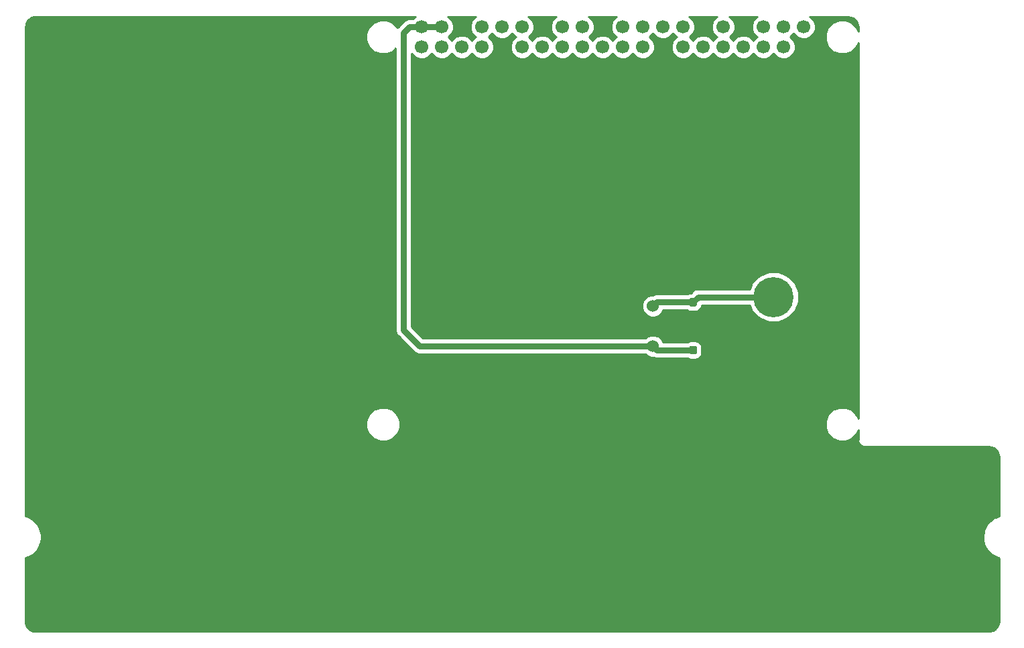
<source format=gbr>
G04 #@! TF.GenerationSoftware,KiCad,Pcbnew,(5.0.2)-1*
G04 #@! TF.CreationDate,2019-02-28T16:52:56-06:00*
G04 #@! TF.ProjectId,RaspberryPiBreakout_Hardware,52617370-6265-4727-9279-506942726561,rev?*
G04 #@! TF.SameCoordinates,Original*
G04 #@! TF.FileFunction,Copper,L1,Top*
G04 #@! TF.FilePolarity,Positive*
%FSLAX46Y46*%
G04 Gerber Fmt 4.6, Leading zero omitted, Abs format (unit mm)*
G04 Created by KiCad (PCBNEW (5.0.2)-1) date 2/28/2019 4:52:56 PM*
%MOMM*%
%LPD*%
G01*
G04 APERTURE LIST*
G04 #@! TA.AperFunction,ComponentPad*
%ADD10C,1.700000*%
G04 #@! TD*
G04 #@! TA.AperFunction,Conductor*
%ADD11C,0.100000*%
G04 #@! TD*
G04 #@! TA.AperFunction,SMDPad,CuDef*
%ADD12C,0.950000*%
G04 #@! TD*
G04 #@! TA.AperFunction,ComponentPad*
%ADD13C,5.080000*%
G04 #@! TD*
G04 #@! TA.AperFunction,ComponentPad*
%ADD14C,1.524000*%
G04 #@! TD*
G04 #@! TA.AperFunction,Conductor*
%ADD15C,0.762000*%
G04 #@! TD*
G04 #@! TA.AperFunction,Conductor*
%ADD16C,0.254000*%
G04 #@! TD*
G04 APERTURE END LIST*
D10*
G04 #@! TO.P,U2,40*
G04 #@! TO.N,Net-(U2-Pad40)*
X171450000Y-76454000D03*
G04 #@! TO.P,U2,39*
G04 #@! TO.N,GND*
X171450000Y-78994000D03*
G04 #@! TO.P,U2,38*
G04 #@! TO.N,Net-(U2-Pad38)*
X168910000Y-76454000D03*
G04 #@! TO.P,U2,37*
G04 #@! TO.N,Net-(U2-Pad37)*
X168910000Y-78994000D03*
G04 #@! TO.P,U2,36*
G04 #@! TO.N,Net-(U2-Pad36)*
X166370000Y-76454000D03*
G04 #@! TO.P,U2,35*
G04 #@! TO.N,Net-(U2-Pad35)*
X166370000Y-78994000D03*
G04 #@! TO.P,U2,34*
G04 #@! TO.N,GND*
X163830000Y-76454000D03*
G04 #@! TO.P,U2,33*
G04 #@! TO.N,Net-(U2-Pad33)*
X163830000Y-78994000D03*
G04 #@! TO.P,U2,32*
G04 #@! TO.N,Net-(U2-Pad32)*
X161290000Y-76454000D03*
G04 #@! TO.P,U2,31*
G04 #@! TO.N,Net-(U2-Pad31)*
X161290000Y-78994000D03*
G04 #@! TO.P,U2,30*
G04 #@! TO.N,GND*
X158750000Y-76454000D03*
G04 #@! TO.P,U2,29*
G04 #@! TO.N,Net-(U2-Pad29)*
X158750000Y-78994000D03*
G04 #@! TO.P,U2,28*
G04 #@! TO.N,Net-(U2-Pad28)*
X156210000Y-76454000D03*
G04 #@! TO.P,U2,27*
G04 #@! TO.N,Net-(U2-Pad27)*
X156210000Y-78994000D03*
G04 #@! TO.P,U2,26*
G04 #@! TO.N,Net-(U2-Pad26)*
X153670000Y-76454000D03*
G04 #@! TO.P,U2,25*
G04 #@! TO.N,GND*
X153670000Y-78994000D03*
G04 #@! TO.P,U2,24*
G04 #@! TO.N,Net-(U2-Pad24)*
X151130000Y-76454000D03*
G04 #@! TO.P,U2,23*
G04 #@! TO.N,Net-(U2-Pad23)*
X151130000Y-78994000D03*
G04 #@! TO.P,U2,22*
G04 #@! TO.N,Net-(U2-Pad22)*
X148590000Y-76454000D03*
G04 #@! TO.P,U2,21*
G04 #@! TO.N,Net-(U2-Pad21)*
X148590000Y-78994000D03*
G04 #@! TO.P,U2,20*
G04 #@! TO.N,GND*
X146050000Y-76454000D03*
G04 #@! TO.P,U2,19*
G04 #@! TO.N,Net-(U2-Pad19)*
X146050000Y-78994000D03*
G04 #@! TO.P,U2,18*
G04 #@! TO.N,N/C*
X143510000Y-76454000D03*
G04 #@! TO.P,U2,17*
G04 #@! TO.N,Net-(U2-Pad17)*
X143510000Y-78994000D03*
G04 #@! TO.P,U2,16*
G04 #@! TO.N,Net-(U2-Pad16)*
X140970000Y-76454000D03*
G04 #@! TO.P,U2,15*
G04 #@! TO.N,Net-(U2-Pad15)*
X140970000Y-78994000D03*
G04 #@! TO.P,U2,14*
G04 #@! TO.N,GND*
X138430000Y-76454000D03*
G04 #@! TO.P,U2,13*
G04 #@! TO.N,Net-(U2-Pad13)*
X138430000Y-78994000D03*
G04 #@! TO.P,U2,12*
G04 #@! TO.N,Net-(U2-Pad12)*
X135890000Y-76454000D03*
G04 #@! TO.P,U2,11*
G04 #@! TO.N,Net-(U2-Pad11)*
X135890000Y-78994000D03*
G04 #@! TO.P,U2,10*
G04 #@! TO.N,Net-(U2-Pad10)*
X133350000Y-76454000D03*
G04 #@! TO.P,U2,9*
G04 #@! TO.N,GND*
X133350000Y-78994000D03*
G04 #@! TO.P,U2,8*
G04 #@! TO.N,Net-(U2-Pad8)*
X130810000Y-76454000D03*
G04 #@! TO.P,U2,7*
G04 #@! TO.N,Net-(U2-Pad7)*
X130810000Y-78994000D03*
G04 #@! TO.P,U2,6*
G04 #@! TO.N,GND*
X128270000Y-76454000D03*
G04 #@! TO.P,U2,5*
G04 #@! TO.N,Net-(U2-Pad5)*
X128270000Y-78994000D03*
G04 #@! TO.P,U2,4*
G04 #@! TO.N,+5V*
X125730000Y-76454000D03*
G04 #@! TO.P,U2,3*
G04 #@! TO.N,Net-(U2-Pad3)*
X125730000Y-78994000D03*
G04 #@! TO.P,U2,2*
G04 #@! TO.N,+5V*
X123190000Y-76454000D03*
G04 #@! TO.P,U2,1*
G04 #@! TO.N,Net-(U2-Pad1)*
X123190000Y-78994000D03*
G04 #@! TD*
D11*
G04 #@! TO.N,GND*
G04 #@! TO.C,C1*
G36*
X157740779Y-112506144D02*
X157763834Y-112509563D01*
X157786443Y-112515227D01*
X157808387Y-112523079D01*
X157829457Y-112533044D01*
X157849448Y-112545026D01*
X157868168Y-112558910D01*
X157885438Y-112574562D01*
X157901090Y-112591832D01*
X157914974Y-112610552D01*
X157926956Y-112630543D01*
X157936921Y-112651613D01*
X157944773Y-112673557D01*
X157950437Y-112696166D01*
X157953856Y-112719221D01*
X157955000Y-112742500D01*
X157955000Y-113317500D01*
X157953856Y-113340779D01*
X157950437Y-113363834D01*
X157944773Y-113386443D01*
X157936921Y-113408387D01*
X157926956Y-113429457D01*
X157914974Y-113449448D01*
X157901090Y-113468168D01*
X157885438Y-113485438D01*
X157868168Y-113501090D01*
X157849448Y-113514974D01*
X157829457Y-113526956D01*
X157808387Y-113536921D01*
X157786443Y-113544773D01*
X157763834Y-113550437D01*
X157740779Y-113553856D01*
X157717500Y-113555000D01*
X157242500Y-113555000D01*
X157219221Y-113553856D01*
X157196166Y-113550437D01*
X157173557Y-113544773D01*
X157151613Y-113536921D01*
X157130543Y-113526956D01*
X157110552Y-113514974D01*
X157091832Y-113501090D01*
X157074562Y-113485438D01*
X157058910Y-113468168D01*
X157045026Y-113449448D01*
X157033044Y-113429457D01*
X157023079Y-113408387D01*
X157015227Y-113386443D01*
X157009563Y-113363834D01*
X157006144Y-113340779D01*
X157005000Y-113317500D01*
X157005000Y-112742500D01*
X157006144Y-112719221D01*
X157009563Y-112696166D01*
X157015227Y-112673557D01*
X157023079Y-112651613D01*
X157033044Y-112630543D01*
X157045026Y-112610552D01*
X157058910Y-112591832D01*
X157074562Y-112574562D01*
X157091832Y-112558910D01*
X157110552Y-112545026D01*
X157130543Y-112533044D01*
X157151613Y-112523079D01*
X157173557Y-112515227D01*
X157196166Y-112509563D01*
X157219221Y-112506144D01*
X157242500Y-112505000D01*
X157717500Y-112505000D01*
X157740779Y-112506144D01*
X157740779Y-112506144D01*
G37*
D12*
G04 #@! TD*
G04 #@! TO.P,C1,2*
G04 #@! TO.N,GND*
X157480000Y-113030000D03*
D11*
G04 #@! TO.N,Net-(C1-Pad1)*
G04 #@! TO.C,C1*
G36*
X157740779Y-110756144D02*
X157763834Y-110759563D01*
X157786443Y-110765227D01*
X157808387Y-110773079D01*
X157829457Y-110783044D01*
X157849448Y-110795026D01*
X157868168Y-110808910D01*
X157885438Y-110824562D01*
X157901090Y-110841832D01*
X157914974Y-110860552D01*
X157926956Y-110880543D01*
X157936921Y-110901613D01*
X157944773Y-110923557D01*
X157950437Y-110946166D01*
X157953856Y-110969221D01*
X157955000Y-110992500D01*
X157955000Y-111567500D01*
X157953856Y-111590779D01*
X157950437Y-111613834D01*
X157944773Y-111636443D01*
X157936921Y-111658387D01*
X157926956Y-111679457D01*
X157914974Y-111699448D01*
X157901090Y-111718168D01*
X157885438Y-111735438D01*
X157868168Y-111751090D01*
X157849448Y-111764974D01*
X157829457Y-111776956D01*
X157808387Y-111786921D01*
X157786443Y-111794773D01*
X157763834Y-111800437D01*
X157740779Y-111803856D01*
X157717500Y-111805000D01*
X157242500Y-111805000D01*
X157219221Y-111803856D01*
X157196166Y-111800437D01*
X157173557Y-111794773D01*
X157151613Y-111786921D01*
X157130543Y-111776956D01*
X157110552Y-111764974D01*
X157091832Y-111751090D01*
X157074562Y-111735438D01*
X157058910Y-111718168D01*
X157045026Y-111699448D01*
X157033044Y-111679457D01*
X157023079Y-111658387D01*
X157015227Y-111636443D01*
X157009563Y-111613834D01*
X157006144Y-111590779D01*
X157005000Y-111567500D01*
X157005000Y-110992500D01*
X157006144Y-110969221D01*
X157009563Y-110946166D01*
X157015227Y-110923557D01*
X157023079Y-110901613D01*
X157033044Y-110880543D01*
X157045026Y-110860552D01*
X157058910Y-110841832D01*
X157074562Y-110824562D01*
X157091832Y-110808910D01*
X157110552Y-110795026D01*
X157130543Y-110783044D01*
X157151613Y-110773079D01*
X157173557Y-110765227D01*
X157196166Y-110759563D01*
X157219221Y-110756144D01*
X157242500Y-110755000D01*
X157717500Y-110755000D01*
X157740779Y-110756144D01*
X157740779Y-110756144D01*
G37*
D12*
G04 #@! TD*
G04 #@! TO.P,C1,1*
G04 #@! TO.N,Net-(C1-Pad1)*
X157480000Y-111280000D03*
D11*
G04 #@! TO.N,GND*
G04 #@! TO.C,C2*
G36*
X157740779Y-115046144D02*
X157763834Y-115049563D01*
X157786443Y-115055227D01*
X157808387Y-115063079D01*
X157829457Y-115073044D01*
X157849448Y-115085026D01*
X157868168Y-115098910D01*
X157885438Y-115114562D01*
X157901090Y-115131832D01*
X157914974Y-115150552D01*
X157926956Y-115170543D01*
X157936921Y-115191613D01*
X157944773Y-115213557D01*
X157950437Y-115236166D01*
X157953856Y-115259221D01*
X157955000Y-115282500D01*
X157955000Y-115857500D01*
X157953856Y-115880779D01*
X157950437Y-115903834D01*
X157944773Y-115926443D01*
X157936921Y-115948387D01*
X157926956Y-115969457D01*
X157914974Y-115989448D01*
X157901090Y-116008168D01*
X157885438Y-116025438D01*
X157868168Y-116041090D01*
X157849448Y-116054974D01*
X157829457Y-116066956D01*
X157808387Y-116076921D01*
X157786443Y-116084773D01*
X157763834Y-116090437D01*
X157740779Y-116093856D01*
X157717500Y-116095000D01*
X157242500Y-116095000D01*
X157219221Y-116093856D01*
X157196166Y-116090437D01*
X157173557Y-116084773D01*
X157151613Y-116076921D01*
X157130543Y-116066956D01*
X157110552Y-116054974D01*
X157091832Y-116041090D01*
X157074562Y-116025438D01*
X157058910Y-116008168D01*
X157045026Y-115989448D01*
X157033044Y-115969457D01*
X157023079Y-115948387D01*
X157015227Y-115926443D01*
X157009563Y-115903834D01*
X157006144Y-115880779D01*
X157005000Y-115857500D01*
X157005000Y-115282500D01*
X157006144Y-115259221D01*
X157009563Y-115236166D01*
X157015227Y-115213557D01*
X157023079Y-115191613D01*
X157033044Y-115170543D01*
X157045026Y-115150552D01*
X157058910Y-115131832D01*
X157074562Y-115114562D01*
X157091832Y-115098910D01*
X157110552Y-115085026D01*
X157130543Y-115073044D01*
X157151613Y-115063079D01*
X157173557Y-115055227D01*
X157196166Y-115049563D01*
X157219221Y-115046144D01*
X157242500Y-115045000D01*
X157717500Y-115045000D01*
X157740779Y-115046144D01*
X157740779Y-115046144D01*
G37*
D12*
G04 #@! TD*
G04 #@! TO.P,C2,2*
G04 #@! TO.N,GND*
X157480000Y-115570000D03*
D11*
G04 #@! TO.N,+5V*
G04 #@! TO.C,C2*
G36*
X157740779Y-116796144D02*
X157763834Y-116799563D01*
X157786443Y-116805227D01*
X157808387Y-116813079D01*
X157829457Y-116823044D01*
X157849448Y-116835026D01*
X157868168Y-116848910D01*
X157885438Y-116864562D01*
X157901090Y-116881832D01*
X157914974Y-116900552D01*
X157926956Y-116920543D01*
X157936921Y-116941613D01*
X157944773Y-116963557D01*
X157950437Y-116986166D01*
X157953856Y-117009221D01*
X157955000Y-117032500D01*
X157955000Y-117607500D01*
X157953856Y-117630779D01*
X157950437Y-117653834D01*
X157944773Y-117676443D01*
X157936921Y-117698387D01*
X157926956Y-117719457D01*
X157914974Y-117739448D01*
X157901090Y-117758168D01*
X157885438Y-117775438D01*
X157868168Y-117791090D01*
X157849448Y-117804974D01*
X157829457Y-117816956D01*
X157808387Y-117826921D01*
X157786443Y-117834773D01*
X157763834Y-117840437D01*
X157740779Y-117843856D01*
X157717500Y-117845000D01*
X157242500Y-117845000D01*
X157219221Y-117843856D01*
X157196166Y-117840437D01*
X157173557Y-117834773D01*
X157151613Y-117826921D01*
X157130543Y-117816956D01*
X157110552Y-117804974D01*
X157091832Y-117791090D01*
X157074562Y-117775438D01*
X157058910Y-117758168D01*
X157045026Y-117739448D01*
X157033044Y-117719457D01*
X157023079Y-117698387D01*
X157015227Y-117676443D01*
X157009563Y-117653834D01*
X157006144Y-117630779D01*
X157005000Y-117607500D01*
X157005000Y-117032500D01*
X157006144Y-117009221D01*
X157009563Y-116986166D01*
X157015227Y-116963557D01*
X157023079Y-116941613D01*
X157033044Y-116920543D01*
X157045026Y-116900552D01*
X157058910Y-116881832D01*
X157074562Y-116864562D01*
X157091832Y-116848910D01*
X157110552Y-116835026D01*
X157130543Y-116823044D01*
X157151613Y-116813079D01*
X157173557Y-116805227D01*
X157196166Y-116799563D01*
X157219221Y-116796144D01*
X157242500Y-116795000D01*
X157717500Y-116795000D01*
X157740779Y-116796144D01*
X157740779Y-116796144D01*
G37*
D12*
G04 #@! TD*
G04 #@! TO.P,C2,1*
G04 #@! TO.N,+5V*
X157480000Y-117320000D03*
D13*
G04 #@! TO.P,Conn1,1*
G04 #@! TO.N,GND*
X167640000Y-118491000D03*
G04 #@! TO.P,Conn1,2*
G04 #@! TO.N,Net-(C1-Pad1)*
X167640000Y-110617000D03*
G04 #@! TD*
D14*
G04 #@! TO.P,U1,3*
G04 #@! TO.N,+5V*
X152400000Y-116840000D03*
G04 #@! TO.P,U1,2*
G04 #@! TO.N,GND*
X152400000Y-114300000D03*
G04 #@! TO.P,U1,1*
G04 #@! TO.N,Net-(C1-Pad1)*
X152400000Y-111760000D03*
G04 #@! TD*
D15*
G04 #@! TO.N,Net-(C1-Pad1)*
X158143000Y-110617000D02*
X157480000Y-111280000D01*
X167640000Y-110617000D02*
X158143000Y-110617000D01*
X152880000Y-111280000D02*
X152400000Y-111760000D01*
X157480000Y-111280000D02*
X152880000Y-111280000D01*
G04 #@! TO.N,+5V*
X152880000Y-117320000D02*
X152400000Y-116840000D01*
X157480000Y-117320000D02*
X152880000Y-117320000D01*
X122936000Y-116840000D02*
X152400000Y-116840000D01*
X120904000Y-114808000D02*
X122936000Y-116840000D01*
X120904000Y-77216000D02*
X120904000Y-114808000D01*
X121666000Y-76454000D02*
X120904000Y-77216000D01*
X125730000Y-76454000D02*
X121666000Y-76454000D01*
G04 #@! TD*
D16*
G04 #@! TO.N,GND*
G36*
X122348815Y-75195078D02*
X122105893Y-75438000D01*
X121766064Y-75438000D01*
X121666000Y-75418096D01*
X121565936Y-75438000D01*
X121565935Y-75438000D01*
X121269577Y-75496949D01*
X120933505Y-75721505D01*
X120876822Y-75806337D01*
X120256339Y-76426821D01*
X120171505Y-76483505D01*
X120137906Y-76533789D01*
X120129966Y-76514620D01*
X119529380Y-75914034D01*
X118744678Y-75589000D01*
X117895322Y-75589000D01*
X117110620Y-75914034D01*
X116510034Y-76514620D01*
X116185000Y-77299322D01*
X116185000Y-78148678D01*
X116510034Y-78933380D01*
X117110620Y-79533966D01*
X117895322Y-79859000D01*
X118744678Y-79859000D01*
X119529380Y-79533966D01*
X119888000Y-79175346D01*
X119888001Y-114707932D01*
X119868096Y-114808000D01*
X119946950Y-115204423D01*
X120171506Y-115540495D01*
X120256337Y-115597178D01*
X122146822Y-117487663D01*
X122203505Y-117572495D01*
X122539577Y-117797051D01*
X122835935Y-117856000D01*
X122835936Y-117856000D01*
X122936000Y-117875904D01*
X123036063Y-117856000D01*
X151440343Y-117856000D01*
X151608663Y-118024320D01*
X152122119Y-118237000D01*
X152423636Y-118237000D01*
X152483577Y-118277051D01*
X152779935Y-118336000D01*
X152779936Y-118336000D01*
X152880000Y-118355904D01*
X152980064Y-118336000D01*
X156770534Y-118336000D01*
X156903848Y-118425078D01*
X157242500Y-118492440D01*
X157717500Y-118492440D01*
X158056152Y-118425078D01*
X158343247Y-118233247D01*
X158535078Y-117946152D01*
X158602440Y-117607500D01*
X158602440Y-117032500D01*
X158535078Y-116693848D01*
X158343247Y-116406753D01*
X158056152Y-116214922D01*
X157717500Y-116147560D01*
X157242500Y-116147560D01*
X156903848Y-116214922D01*
X156770534Y-116304000D01*
X153690084Y-116304000D01*
X153584320Y-116048663D01*
X153191337Y-115655680D01*
X152677881Y-115443000D01*
X152122119Y-115443000D01*
X151608663Y-115655680D01*
X151440343Y-115824000D01*
X123356841Y-115824000D01*
X121920000Y-114387160D01*
X121920000Y-111482119D01*
X151003000Y-111482119D01*
X151003000Y-112037881D01*
X151215680Y-112551337D01*
X151608663Y-112944320D01*
X152122119Y-113157000D01*
X152677881Y-113157000D01*
X153191337Y-112944320D01*
X153584320Y-112551337D01*
X153690084Y-112296000D01*
X156770534Y-112296000D01*
X156903848Y-112385078D01*
X157242500Y-112452440D01*
X157717500Y-112452440D01*
X158056152Y-112385078D01*
X158343247Y-112193247D01*
X158535078Y-111906152D01*
X158589411Y-111633000D01*
X164624246Y-111633000D01*
X164948365Y-112415493D01*
X165841507Y-113308635D01*
X167008453Y-113792000D01*
X168271547Y-113792000D01*
X169438493Y-113308635D01*
X170331635Y-112415493D01*
X170815000Y-111248547D01*
X170815000Y-109985453D01*
X170331635Y-108818507D01*
X169438493Y-107925365D01*
X168271547Y-107442000D01*
X167008453Y-107442000D01*
X165841507Y-107925365D01*
X164948365Y-108818507D01*
X164624246Y-109601000D01*
X158243064Y-109601000D01*
X158143000Y-109581096D01*
X158042936Y-109601000D01*
X158042935Y-109601000D01*
X157746577Y-109659949D01*
X157410505Y-109884505D01*
X157353822Y-109969337D01*
X157208920Y-110114239D01*
X156903848Y-110174922D01*
X156770534Y-110264000D01*
X152980064Y-110264000D01*
X152880000Y-110244096D01*
X152779936Y-110264000D01*
X152779935Y-110264000D01*
X152483577Y-110322949D01*
X152423636Y-110363000D01*
X152122119Y-110363000D01*
X151608663Y-110575680D01*
X151215680Y-110968663D01*
X151003000Y-111482119D01*
X121920000Y-111482119D01*
X121920000Y-79808440D01*
X121931078Y-79835185D01*
X122348815Y-80252922D01*
X122894615Y-80479000D01*
X123485385Y-80479000D01*
X124031185Y-80252922D01*
X124448922Y-79835185D01*
X124460000Y-79808440D01*
X124471078Y-79835185D01*
X124888815Y-80252922D01*
X125434615Y-80479000D01*
X126025385Y-80479000D01*
X126571185Y-80252922D01*
X126988922Y-79835185D01*
X127000000Y-79808440D01*
X127011078Y-79835185D01*
X127428815Y-80252922D01*
X127974615Y-80479000D01*
X128565385Y-80479000D01*
X129111185Y-80252922D01*
X129528922Y-79835185D01*
X129540000Y-79808440D01*
X129551078Y-79835185D01*
X129968815Y-80252922D01*
X130514615Y-80479000D01*
X131105385Y-80479000D01*
X131651185Y-80252922D01*
X132068922Y-79835185D01*
X132295000Y-79289385D01*
X132295000Y-78698615D01*
X132068922Y-78152815D01*
X131651185Y-77735078D01*
X131624440Y-77724000D01*
X131651185Y-77712922D01*
X132068922Y-77295185D01*
X132080000Y-77268440D01*
X132091078Y-77295185D01*
X132508815Y-77712922D01*
X133054615Y-77939000D01*
X133645385Y-77939000D01*
X134191185Y-77712922D01*
X134608922Y-77295185D01*
X134620000Y-77268440D01*
X134631078Y-77295185D01*
X135048815Y-77712922D01*
X135075560Y-77724000D01*
X135048815Y-77735078D01*
X134631078Y-78152815D01*
X134405000Y-78698615D01*
X134405000Y-79289385D01*
X134631078Y-79835185D01*
X135048815Y-80252922D01*
X135594615Y-80479000D01*
X136185385Y-80479000D01*
X136731185Y-80252922D01*
X137148922Y-79835185D01*
X137160000Y-79808440D01*
X137171078Y-79835185D01*
X137588815Y-80252922D01*
X138134615Y-80479000D01*
X138725385Y-80479000D01*
X139271185Y-80252922D01*
X139688922Y-79835185D01*
X139700000Y-79808440D01*
X139711078Y-79835185D01*
X140128815Y-80252922D01*
X140674615Y-80479000D01*
X141265385Y-80479000D01*
X141811185Y-80252922D01*
X142228922Y-79835185D01*
X142240000Y-79808440D01*
X142251078Y-79835185D01*
X142668815Y-80252922D01*
X143214615Y-80479000D01*
X143805385Y-80479000D01*
X144351185Y-80252922D01*
X144768922Y-79835185D01*
X144780000Y-79808440D01*
X144791078Y-79835185D01*
X145208815Y-80252922D01*
X145754615Y-80479000D01*
X146345385Y-80479000D01*
X146891185Y-80252922D01*
X147308922Y-79835185D01*
X147320000Y-79808440D01*
X147331078Y-79835185D01*
X147748815Y-80252922D01*
X148294615Y-80479000D01*
X148885385Y-80479000D01*
X149431185Y-80252922D01*
X149848922Y-79835185D01*
X149860000Y-79808440D01*
X149871078Y-79835185D01*
X150288815Y-80252922D01*
X150834615Y-80479000D01*
X151425385Y-80479000D01*
X151971185Y-80252922D01*
X152388922Y-79835185D01*
X152615000Y-79289385D01*
X152615000Y-78698615D01*
X152388922Y-78152815D01*
X151971185Y-77735078D01*
X151944440Y-77724000D01*
X151971185Y-77712922D01*
X152388922Y-77295185D01*
X152400000Y-77268440D01*
X152411078Y-77295185D01*
X152828815Y-77712922D01*
X153374615Y-77939000D01*
X153965385Y-77939000D01*
X154511185Y-77712922D01*
X154928922Y-77295185D01*
X154940000Y-77268440D01*
X154951078Y-77295185D01*
X155368815Y-77712922D01*
X155395560Y-77724000D01*
X155368815Y-77735078D01*
X154951078Y-78152815D01*
X154725000Y-78698615D01*
X154725000Y-79289385D01*
X154951078Y-79835185D01*
X155368815Y-80252922D01*
X155914615Y-80479000D01*
X156505385Y-80479000D01*
X157051185Y-80252922D01*
X157468922Y-79835185D01*
X157480000Y-79808440D01*
X157491078Y-79835185D01*
X157908815Y-80252922D01*
X158454615Y-80479000D01*
X159045385Y-80479000D01*
X159591185Y-80252922D01*
X160008922Y-79835185D01*
X160020000Y-79808440D01*
X160031078Y-79835185D01*
X160448815Y-80252922D01*
X160994615Y-80479000D01*
X161585385Y-80479000D01*
X162131185Y-80252922D01*
X162548922Y-79835185D01*
X162560000Y-79808440D01*
X162571078Y-79835185D01*
X162988815Y-80252922D01*
X163534615Y-80479000D01*
X164125385Y-80479000D01*
X164671185Y-80252922D01*
X165088922Y-79835185D01*
X165100000Y-79808440D01*
X165111078Y-79835185D01*
X165528815Y-80252922D01*
X166074615Y-80479000D01*
X166665385Y-80479000D01*
X167211185Y-80252922D01*
X167628922Y-79835185D01*
X167640000Y-79808440D01*
X167651078Y-79835185D01*
X168068815Y-80252922D01*
X168614615Y-80479000D01*
X169205385Y-80479000D01*
X169751185Y-80252922D01*
X170168922Y-79835185D01*
X170395000Y-79289385D01*
X170395000Y-78698615D01*
X170168922Y-78152815D01*
X169751185Y-77735078D01*
X169724440Y-77724000D01*
X169751185Y-77712922D01*
X170168922Y-77295185D01*
X170180000Y-77268440D01*
X170191078Y-77295185D01*
X170608815Y-77712922D01*
X171154615Y-77939000D01*
X171745385Y-77939000D01*
X172291185Y-77712922D01*
X172708922Y-77295185D01*
X172935000Y-76749385D01*
X172935000Y-76158615D01*
X172708922Y-75612815D01*
X172291185Y-75195078D01*
X172199257Y-75157000D01*
X176985634Y-75157000D01*
X177399922Y-75216331D01*
X177732746Y-75367657D01*
X178009720Y-75606313D01*
X178208580Y-75913116D01*
X178320618Y-76287748D01*
X178335000Y-76481274D01*
X178335000Y-77009616D01*
X178129966Y-76514620D01*
X177529380Y-75914034D01*
X176744678Y-75589000D01*
X175895322Y-75589000D01*
X175110620Y-75914034D01*
X174510034Y-76514620D01*
X174185000Y-77299322D01*
X174185000Y-78148678D01*
X174510034Y-78933380D01*
X175110620Y-79533966D01*
X175895322Y-79859000D01*
X176744678Y-79859000D01*
X177529380Y-79533966D01*
X178129966Y-78933380D01*
X178335000Y-78438384D01*
X178335001Y-126009618D01*
X178129966Y-125514620D01*
X177529380Y-124914034D01*
X176744678Y-124589000D01*
X175895322Y-124589000D01*
X175110620Y-124914034D01*
X174510034Y-125514620D01*
X174185000Y-126299322D01*
X174185000Y-127148678D01*
X174510034Y-127933380D01*
X175110620Y-128533966D01*
X175895322Y-128859000D01*
X176744678Y-128859000D01*
X177529380Y-128533966D01*
X178129966Y-127933380D01*
X178335001Y-127438381D01*
X178335001Y-128705607D01*
X178320601Y-128778000D01*
X178377646Y-129064783D01*
X178540095Y-129307905D01*
X178783217Y-129470354D01*
X178997612Y-129513000D01*
X179070000Y-129527399D01*
X179142388Y-129513000D01*
X194765634Y-129513000D01*
X195179922Y-129572331D01*
X195512746Y-129723657D01*
X195789720Y-129962313D01*
X195988580Y-130269116D01*
X196100618Y-130643748D01*
X196115000Y-130837275D01*
X196115001Y-138323142D01*
X195787078Y-138421212D01*
X195696505Y-138463063D01*
X195605466Y-138503787D01*
X195597901Y-138508624D01*
X195114442Y-138821987D01*
X195039277Y-138887558D01*
X194963306Y-138952214D01*
X194957407Y-138958977D01*
X194957403Y-138958981D01*
X194957400Y-138958986D01*
X194581327Y-139395440D01*
X194527590Y-139479465D01*
X194472816Y-139562851D01*
X194469050Y-139571002D01*
X194230589Y-140095469D01*
X194202587Y-140191226D01*
X194173427Y-140286607D01*
X194172099Y-140295487D01*
X194090423Y-140865802D01*
X194090423Y-140940785D01*
X194084411Y-141015512D01*
X194085021Y-141024470D01*
X194107341Y-141324819D01*
X194123441Y-141398045D01*
X194133616Y-141472326D01*
X194136136Y-141480944D01*
X194301212Y-142032922D01*
X194343071Y-142123513D01*
X194383787Y-142214534D01*
X194388624Y-142222099D01*
X194701987Y-142705558D01*
X194767558Y-142780723D01*
X194832214Y-142856694D01*
X194838977Y-142862593D01*
X194838981Y-142862597D01*
X194838986Y-142862600D01*
X195275440Y-143238673D01*
X195359465Y-143292410D01*
X195442851Y-143347184D01*
X195451002Y-143350950D01*
X195975469Y-143589411D01*
X196071237Y-143617416D01*
X196115000Y-143630795D01*
X196115001Y-151585627D01*
X196055669Y-151999922D01*
X195904343Y-152332746D01*
X195665687Y-152609720D01*
X195358885Y-152808579D01*
X194984252Y-152920618D01*
X194790726Y-152935000D01*
X74474366Y-152935000D01*
X74060078Y-152875669D01*
X73727254Y-152724343D01*
X73450280Y-152485687D01*
X73251421Y-152178885D01*
X73139382Y-151804252D01*
X73125000Y-151610726D01*
X73125000Y-143616857D01*
X73452922Y-143518788D01*
X73543513Y-143476929D01*
X73634534Y-143436213D01*
X73642096Y-143431378D01*
X73642100Y-143431376D01*
X74125558Y-143118013D01*
X74200723Y-143052442D01*
X74276694Y-142987786D01*
X74282593Y-142981023D01*
X74282597Y-142981019D01*
X74282600Y-142981014D01*
X74658673Y-142544560D01*
X74712410Y-142460535D01*
X74767184Y-142377149D01*
X74770950Y-142368998D01*
X75009411Y-141844531D01*
X75037416Y-141748763D01*
X75066573Y-141653393D01*
X75067901Y-141644513D01*
X75149577Y-141074198D01*
X75149577Y-140999215D01*
X75155589Y-140924488D01*
X75154979Y-140915530D01*
X75132659Y-140615181D01*
X75116559Y-140541954D01*
X75106384Y-140467674D01*
X75103864Y-140459055D01*
X74938788Y-139907078D01*
X74896937Y-139816505D01*
X74856213Y-139725466D01*
X74851376Y-139717901D01*
X74538013Y-139234442D01*
X74472442Y-139159277D01*
X74407786Y-139083306D01*
X74401023Y-139077407D01*
X74401019Y-139077403D01*
X74401014Y-139077400D01*
X73964560Y-138701327D01*
X73880535Y-138647590D01*
X73797149Y-138592816D01*
X73788998Y-138589050D01*
X73264531Y-138350589D01*
X73168774Y-138322587D01*
X73125000Y-138309205D01*
X73125000Y-126299322D01*
X116185000Y-126299322D01*
X116185000Y-127148678D01*
X116510034Y-127933380D01*
X117110620Y-128533966D01*
X117895322Y-128859000D01*
X118744678Y-128859000D01*
X119529380Y-128533966D01*
X120129966Y-127933380D01*
X120455000Y-127148678D01*
X120455000Y-126299322D01*
X120129966Y-125514620D01*
X119529380Y-124914034D01*
X118744678Y-124589000D01*
X117895322Y-124589000D01*
X117110620Y-124914034D01*
X116510034Y-125514620D01*
X116185000Y-126299322D01*
X73125000Y-126299322D01*
X73125000Y-76506366D01*
X73184331Y-76092078D01*
X73335657Y-75759254D01*
X73574313Y-75482280D01*
X73881116Y-75283420D01*
X74255748Y-75171382D01*
X74449274Y-75157000D01*
X122440743Y-75157000D01*
X122348815Y-75195078D01*
X122348815Y-75195078D01*
G37*
X122348815Y-75195078D02*
X122105893Y-75438000D01*
X121766064Y-75438000D01*
X121666000Y-75418096D01*
X121565936Y-75438000D01*
X121565935Y-75438000D01*
X121269577Y-75496949D01*
X120933505Y-75721505D01*
X120876822Y-75806337D01*
X120256339Y-76426821D01*
X120171505Y-76483505D01*
X120137906Y-76533789D01*
X120129966Y-76514620D01*
X119529380Y-75914034D01*
X118744678Y-75589000D01*
X117895322Y-75589000D01*
X117110620Y-75914034D01*
X116510034Y-76514620D01*
X116185000Y-77299322D01*
X116185000Y-78148678D01*
X116510034Y-78933380D01*
X117110620Y-79533966D01*
X117895322Y-79859000D01*
X118744678Y-79859000D01*
X119529380Y-79533966D01*
X119888000Y-79175346D01*
X119888001Y-114707932D01*
X119868096Y-114808000D01*
X119946950Y-115204423D01*
X120171506Y-115540495D01*
X120256337Y-115597178D01*
X122146822Y-117487663D01*
X122203505Y-117572495D01*
X122539577Y-117797051D01*
X122835935Y-117856000D01*
X122835936Y-117856000D01*
X122936000Y-117875904D01*
X123036063Y-117856000D01*
X151440343Y-117856000D01*
X151608663Y-118024320D01*
X152122119Y-118237000D01*
X152423636Y-118237000D01*
X152483577Y-118277051D01*
X152779935Y-118336000D01*
X152779936Y-118336000D01*
X152880000Y-118355904D01*
X152980064Y-118336000D01*
X156770534Y-118336000D01*
X156903848Y-118425078D01*
X157242500Y-118492440D01*
X157717500Y-118492440D01*
X158056152Y-118425078D01*
X158343247Y-118233247D01*
X158535078Y-117946152D01*
X158602440Y-117607500D01*
X158602440Y-117032500D01*
X158535078Y-116693848D01*
X158343247Y-116406753D01*
X158056152Y-116214922D01*
X157717500Y-116147560D01*
X157242500Y-116147560D01*
X156903848Y-116214922D01*
X156770534Y-116304000D01*
X153690084Y-116304000D01*
X153584320Y-116048663D01*
X153191337Y-115655680D01*
X152677881Y-115443000D01*
X152122119Y-115443000D01*
X151608663Y-115655680D01*
X151440343Y-115824000D01*
X123356841Y-115824000D01*
X121920000Y-114387160D01*
X121920000Y-111482119D01*
X151003000Y-111482119D01*
X151003000Y-112037881D01*
X151215680Y-112551337D01*
X151608663Y-112944320D01*
X152122119Y-113157000D01*
X152677881Y-113157000D01*
X153191337Y-112944320D01*
X153584320Y-112551337D01*
X153690084Y-112296000D01*
X156770534Y-112296000D01*
X156903848Y-112385078D01*
X157242500Y-112452440D01*
X157717500Y-112452440D01*
X158056152Y-112385078D01*
X158343247Y-112193247D01*
X158535078Y-111906152D01*
X158589411Y-111633000D01*
X164624246Y-111633000D01*
X164948365Y-112415493D01*
X165841507Y-113308635D01*
X167008453Y-113792000D01*
X168271547Y-113792000D01*
X169438493Y-113308635D01*
X170331635Y-112415493D01*
X170815000Y-111248547D01*
X170815000Y-109985453D01*
X170331635Y-108818507D01*
X169438493Y-107925365D01*
X168271547Y-107442000D01*
X167008453Y-107442000D01*
X165841507Y-107925365D01*
X164948365Y-108818507D01*
X164624246Y-109601000D01*
X158243064Y-109601000D01*
X158143000Y-109581096D01*
X158042936Y-109601000D01*
X158042935Y-109601000D01*
X157746577Y-109659949D01*
X157410505Y-109884505D01*
X157353822Y-109969337D01*
X157208920Y-110114239D01*
X156903848Y-110174922D01*
X156770534Y-110264000D01*
X152980064Y-110264000D01*
X152880000Y-110244096D01*
X152779936Y-110264000D01*
X152779935Y-110264000D01*
X152483577Y-110322949D01*
X152423636Y-110363000D01*
X152122119Y-110363000D01*
X151608663Y-110575680D01*
X151215680Y-110968663D01*
X151003000Y-111482119D01*
X121920000Y-111482119D01*
X121920000Y-79808440D01*
X121931078Y-79835185D01*
X122348815Y-80252922D01*
X122894615Y-80479000D01*
X123485385Y-80479000D01*
X124031185Y-80252922D01*
X124448922Y-79835185D01*
X124460000Y-79808440D01*
X124471078Y-79835185D01*
X124888815Y-80252922D01*
X125434615Y-80479000D01*
X126025385Y-80479000D01*
X126571185Y-80252922D01*
X126988922Y-79835185D01*
X127000000Y-79808440D01*
X127011078Y-79835185D01*
X127428815Y-80252922D01*
X127974615Y-80479000D01*
X128565385Y-80479000D01*
X129111185Y-80252922D01*
X129528922Y-79835185D01*
X129540000Y-79808440D01*
X129551078Y-79835185D01*
X129968815Y-80252922D01*
X130514615Y-80479000D01*
X131105385Y-80479000D01*
X131651185Y-80252922D01*
X132068922Y-79835185D01*
X132295000Y-79289385D01*
X132295000Y-78698615D01*
X132068922Y-78152815D01*
X131651185Y-77735078D01*
X131624440Y-77724000D01*
X131651185Y-77712922D01*
X132068922Y-77295185D01*
X132080000Y-77268440D01*
X132091078Y-77295185D01*
X132508815Y-77712922D01*
X133054615Y-77939000D01*
X133645385Y-77939000D01*
X134191185Y-77712922D01*
X134608922Y-77295185D01*
X134620000Y-77268440D01*
X134631078Y-77295185D01*
X135048815Y-77712922D01*
X135075560Y-77724000D01*
X135048815Y-77735078D01*
X134631078Y-78152815D01*
X134405000Y-78698615D01*
X134405000Y-79289385D01*
X134631078Y-79835185D01*
X135048815Y-80252922D01*
X135594615Y-80479000D01*
X136185385Y-80479000D01*
X136731185Y-80252922D01*
X137148922Y-79835185D01*
X137160000Y-79808440D01*
X137171078Y-79835185D01*
X137588815Y-80252922D01*
X138134615Y-80479000D01*
X138725385Y-80479000D01*
X139271185Y-80252922D01*
X139688922Y-79835185D01*
X139700000Y-79808440D01*
X139711078Y-79835185D01*
X140128815Y-80252922D01*
X140674615Y-80479000D01*
X141265385Y-80479000D01*
X141811185Y-80252922D01*
X142228922Y-79835185D01*
X142240000Y-79808440D01*
X142251078Y-79835185D01*
X142668815Y-80252922D01*
X143214615Y-80479000D01*
X143805385Y-80479000D01*
X144351185Y-80252922D01*
X144768922Y-79835185D01*
X144780000Y-79808440D01*
X144791078Y-79835185D01*
X145208815Y-80252922D01*
X145754615Y-80479000D01*
X146345385Y-80479000D01*
X146891185Y-80252922D01*
X147308922Y-79835185D01*
X147320000Y-79808440D01*
X147331078Y-79835185D01*
X147748815Y-80252922D01*
X148294615Y-80479000D01*
X148885385Y-80479000D01*
X149431185Y-80252922D01*
X149848922Y-79835185D01*
X149860000Y-79808440D01*
X149871078Y-79835185D01*
X150288815Y-80252922D01*
X150834615Y-80479000D01*
X151425385Y-80479000D01*
X151971185Y-80252922D01*
X152388922Y-79835185D01*
X152615000Y-79289385D01*
X152615000Y-78698615D01*
X152388922Y-78152815D01*
X151971185Y-77735078D01*
X151944440Y-77724000D01*
X151971185Y-77712922D01*
X152388922Y-77295185D01*
X152400000Y-77268440D01*
X152411078Y-77295185D01*
X152828815Y-77712922D01*
X153374615Y-77939000D01*
X153965385Y-77939000D01*
X154511185Y-77712922D01*
X154928922Y-77295185D01*
X154940000Y-77268440D01*
X154951078Y-77295185D01*
X155368815Y-77712922D01*
X155395560Y-77724000D01*
X155368815Y-77735078D01*
X154951078Y-78152815D01*
X154725000Y-78698615D01*
X154725000Y-79289385D01*
X154951078Y-79835185D01*
X155368815Y-80252922D01*
X155914615Y-80479000D01*
X156505385Y-80479000D01*
X157051185Y-80252922D01*
X157468922Y-79835185D01*
X157480000Y-79808440D01*
X157491078Y-79835185D01*
X157908815Y-80252922D01*
X158454615Y-80479000D01*
X159045385Y-80479000D01*
X159591185Y-80252922D01*
X160008922Y-79835185D01*
X160020000Y-79808440D01*
X160031078Y-79835185D01*
X160448815Y-80252922D01*
X160994615Y-80479000D01*
X161585385Y-80479000D01*
X162131185Y-80252922D01*
X162548922Y-79835185D01*
X162560000Y-79808440D01*
X162571078Y-79835185D01*
X162988815Y-80252922D01*
X163534615Y-80479000D01*
X164125385Y-80479000D01*
X164671185Y-80252922D01*
X165088922Y-79835185D01*
X165100000Y-79808440D01*
X165111078Y-79835185D01*
X165528815Y-80252922D01*
X166074615Y-80479000D01*
X166665385Y-80479000D01*
X167211185Y-80252922D01*
X167628922Y-79835185D01*
X167640000Y-79808440D01*
X167651078Y-79835185D01*
X168068815Y-80252922D01*
X168614615Y-80479000D01*
X169205385Y-80479000D01*
X169751185Y-80252922D01*
X170168922Y-79835185D01*
X170395000Y-79289385D01*
X170395000Y-78698615D01*
X170168922Y-78152815D01*
X169751185Y-77735078D01*
X169724440Y-77724000D01*
X169751185Y-77712922D01*
X170168922Y-77295185D01*
X170180000Y-77268440D01*
X170191078Y-77295185D01*
X170608815Y-77712922D01*
X171154615Y-77939000D01*
X171745385Y-77939000D01*
X172291185Y-77712922D01*
X172708922Y-77295185D01*
X172935000Y-76749385D01*
X172935000Y-76158615D01*
X172708922Y-75612815D01*
X172291185Y-75195078D01*
X172199257Y-75157000D01*
X176985634Y-75157000D01*
X177399922Y-75216331D01*
X177732746Y-75367657D01*
X178009720Y-75606313D01*
X178208580Y-75913116D01*
X178320618Y-76287748D01*
X178335000Y-76481274D01*
X178335000Y-77009616D01*
X178129966Y-76514620D01*
X177529380Y-75914034D01*
X176744678Y-75589000D01*
X175895322Y-75589000D01*
X175110620Y-75914034D01*
X174510034Y-76514620D01*
X174185000Y-77299322D01*
X174185000Y-78148678D01*
X174510034Y-78933380D01*
X175110620Y-79533966D01*
X175895322Y-79859000D01*
X176744678Y-79859000D01*
X177529380Y-79533966D01*
X178129966Y-78933380D01*
X178335000Y-78438384D01*
X178335001Y-126009618D01*
X178129966Y-125514620D01*
X177529380Y-124914034D01*
X176744678Y-124589000D01*
X175895322Y-124589000D01*
X175110620Y-124914034D01*
X174510034Y-125514620D01*
X174185000Y-126299322D01*
X174185000Y-127148678D01*
X174510034Y-127933380D01*
X175110620Y-128533966D01*
X175895322Y-128859000D01*
X176744678Y-128859000D01*
X177529380Y-128533966D01*
X178129966Y-127933380D01*
X178335001Y-127438381D01*
X178335001Y-128705607D01*
X178320601Y-128778000D01*
X178377646Y-129064783D01*
X178540095Y-129307905D01*
X178783217Y-129470354D01*
X178997612Y-129513000D01*
X179070000Y-129527399D01*
X179142388Y-129513000D01*
X194765634Y-129513000D01*
X195179922Y-129572331D01*
X195512746Y-129723657D01*
X195789720Y-129962313D01*
X195988580Y-130269116D01*
X196100618Y-130643748D01*
X196115000Y-130837275D01*
X196115001Y-138323142D01*
X195787078Y-138421212D01*
X195696505Y-138463063D01*
X195605466Y-138503787D01*
X195597901Y-138508624D01*
X195114442Y-138821987D01*
X195039277Y-138887558D01*
X194963306Y-138952214D01*
X194957407Y-138958977D01*
X194957403Y-138958981D01*
X194957400Y-138958986D01*
X194581327Y-139395440D01*
X194527590Y-139479465D01*
X194472816Y-139562851D01*
X194469050Y-139571002D01*
X194230589Y-140095469D01*
X194202587Y-140191226D01*
X194173427Y-140286607D01*
X194172099Y-140295487D01*
X194090423Y-140865802D01*
X194090423Y-140940785D01*
X194084411Y-141015512D01*
X194085021Y-141024470D01*
X194107341Y-141324819D01*
X194123441Y-141398045D01*
X194133616Y-141472326D01*
X194136136Y-141480944D01*
X194301212Y-142032922D01*
X194343071Y-142123513D01*
X194383787Y-142214534D01*
X194388624Y-142222099D01*
X194701987Y-142705558D01*
X194767558Y-142780723D01*
X194832214Y-142856694D01*
X194838977Y-142862593D01*
X194838981Y-142862597D01*
X194838986Y-142862600D01*
X195275440Y-143238673D01*
X195359465Y-143292410D01*
X195442851Y-143347184D01*
X195451002Y-143350950D01*
X195975469Y-143589411D01*
X196071237Y-143617416D01*
X196115000Y-143630795D01*
X196115001Y-151585627D01*
X196055669Y-151999922D01*
X195904343Y-152332746D01*
X195665687Y-152609720D01*
X195358885Y-152808579D01*
X194984252Y-152920618D01*
X194790726Y-152935000D01*
X74474366Y-152935000D01*
X74060078Y-152875669D01*
X73727254Y-152724343D01*
X73450280Y-152485687D01*
X73251421Y-152178885D01*
X73139382Y-151804252D01*
X73125000Y-151610726D01*
X73125000Y-143616857D01*
X73452922Y-143518788D01*
X73543513Y-143476929D01*
X73634534Y-143436213D01*
X73642096Y-143431378D01*
X73642100Y-143431376D01*
X74125558Y-143118013D01*
X74200723Y-143052442D01*
X74276694Y-142987786D01*
X74282593Y-142981023D01*
X74282597Y-142981019D01*
X74282600Y-142981014D01*
X74658673Y-142544560D01*
X74712410Y-142460535D01*
X74767184Y-142377149D01*
X74770950Y-142368998D01*
X75009411Y-141844531D01*
X75037416Y-141748763D01*
X75066573Y-141653393D01*
X75067901Y-141644513D01*
X75149577Y-141074198D01*
X75149577Y-140999215D01*
X75155589Y-140924488D01*
X75154979Y-140915530D01*
X75132659Y-140615181D01*
X75116559Y-140541954D01*
X75106384Y-140467674D01*
X75103864Y-140459055D01*
X74938788Y-139907078D01*
X74896937Y-139816505D01*
X74856213Y-139725466D01*
X74851376Y-139717901D01*
X74538013Y-139234442D01*
X74472442Y-139159277D01*
X74407786Y-139083306D01*
X74401023Y-139077407D01*
X74401019Y-139077403D01*
X74401014Y-139077400D01*
X73964560Y-138701327D01*
X73880535Y-138647590D01*
X73797149Y-138592816D01*
X73788998Y-138589050D01*
X73264531Y-138350589D01*
X73168774Y-138322587D01*
X73125000Y-138309205D01*
X73125000Y-126299322D01*
X116185000Y-126299322D01*
X116185000Y-127148678D01*
X116510034Y-127933380D01*
X117110620Y-128533966D01*
X117895322Y-128859000D01*
X118744678Y-128859000D01*
X119529380Y-128533966D01*
X120129966Y-127933380D01*
X120455000Y-127148678D01*
X120455000Y-126299322D01*
X120129966Y-125514620D01*
X119529380Y-124914034D01*
X118744678Y-124589000D01*
X117895322Y-124589000D01*
X117110620Y-124914034D01*
X116510034Y-125514620D01*
X116185000Y-126299322D01*
X73125000Y-126299322D01*
X73125000Y-76506366D01*
X73184331Y-76092078D01*
X73335657Y-75759254D01*
X73574313Y-75482280D01*
X73881116Y-75283420D01*
X74255748Y-75171382D01*
X74449274Y-75157000D01*
X122440743Y-75157000D01*
X122348815Y-75195078D01*
G36*
X160448815Y-75195078D02*
X160031078Y-75612815D01*
X159805000Y-76158615D01*
X159805000Y-76749385D01*
X160031078Y-77295185D01*
X160448815Y-77712922D01*
X160475560Y-77724000D01*
X160448815Y-77735078D01*
X160031078Y-78152815D01*
X160020000Y-78179560D01*
X160008922Y-78152815D01*
X159591185Y-77735078D01*
X159045385Y-77509000D01*
X158454615Y-77509000D01*
X157908815Y-77735078D01*
X157491078Y-78152815D01*
X157480000Y-78179560D01*
X157468922Y-78152815D01*
X157051185Y-77735078D01*
X157024440Y-77724000D01*
X157051185Y-77712922D01*
X157468922Y-77295185D01*
X157695000Y-76749385D01*
X157695000Y-76158615D01*
X157468922Y-75612815D01*
X157051185Y-75195078D01*
X156959257Y-75157000D01*
X160540743Y-75157000D01*
X160448815Y-75195078D01*
X160448815Y-75195078D01*
G37*
X160448815Y-75195078D02*
X160031078Y-75612815D01*
X159805000Y-76158615D01*
X159805000Y-76749385D01*
X160031078Y-77295185D01*
X160448815Y-77712922D01*
X160475560Y-77724000D01*
X160448815Y-77735078D01*
X160031078Y-78152815D01*
X160020000Y-78179560D01*
X160008922Y-78152815D01*
X159591185Y-77735078D01*
X159045385Y-77509000D01*
X158454615Y-77509000D01*
X157908815Y-77735078D01*
X157491078Y-78152815D01*
X157480000Y-78179560D01*
X157468922Y-78152815D01*
X157051185Y-77735078D01*
X157024440Y-77724000D01*
X157051185Y-77712922D01*
X157468922Y-77295185D01*
X157695000Y-76749385D01*
X157695000Y-76158615D01*
X157468922Y-75612815D01*
X157051185Y-75195078D01*
X156959257Y-75157000D01*
X160540743Y-75157000D01*
X160448815Y-75195078D01*
G36*
X140128815Y-75195078D02*
X139711078Y-75612815D01*
X139485000Y-76158615D01*
X139485000Y-76749385D01*
X139711078Y-77295185D01*
X140128815Y-77712922D01*
X140155560Y-77724000D01*
X140128815Y-77735078D01*
X139711078Y-78152815D01*
X139700000Y-78179560D01*
X139688922Y-78152815D01*
X139271185Y-77735078D01*
X138725385Y-77509000D01*
X138134615Y-77509000D01*
X137588815Y-77735078D01*
X137171078Y-78152815D01*
X137160000Y-78179560D01*
X137148922Y-78152815D01*
X136731185Y-77735078D01*
X136704440Y-77724000D01*
X136731185Y-77712922D01*
X137148922Y-77295185D01*
X137375000Y-76749385D01*
X137375000Y-76158615D01*
X137148922Y-75612815D01*
X136731185Y-75195078D01*
X136639257Y-75157000D01*
X140220743Y-75157000D01*
X140128815Y-75195078D01*
X140128815Y-75195078D01*
G37*
X140128815Y-75195078D02*
X139711078Y-75612815D01*
X139485000Y-76158615D01*
X139485000Y-76749385D01*
X139711078Y-77295185D01*
X140128815Y-77712922D01*
X140155560Y-77724000D01*
X140128815Y-77735078D01*
X139711078Y-78152815D01*
X139700000Y-78179560D01*
X139688922Y-78152815D01*
X139271185Y-77735078D01*
X138725385Y-77509000D01*
X138134615Y-77509000D01*
X137588815Y-77735078D01*
X137171078Y-78152815D01*
X137160000Y-78179560D01*
X137148922Y-78152815D01*
X136731185Y-77735078D01*
X136704440Y-77724000D01*
X136731185Y-77712922D01*
X137148922Y-77295185D01*
X137375000Y-76749385D01*
X137375000Y-76158615D01*
X137148922Y-75612815D01*
X136731185Y-75195078D01*
X136639257Y-75157000D01*
X140220743Y-75157000D01*
X140128815Y-75195078D01*
G36*
X129968815Y-75195078D02*
X129551078Y-75612815D01*
X129325000Y-76158615D01*
X129325000Y-76749385D01*
X129551078Y-77295185D01*
X129968815Y-77712922D01*
X129995560Y-77724000D01*
X129968815Y-77735078D01*
X129551078Y-78152815D01*
X129540000Y-78179560D01*
X129528922Y-78152815D01*
X129111185Y-77735078D01*
X128565385Y-77509000D01*
X127974615Y-77509000D01*
X127428815Y-77735078D01*
X127011078Y-78152815D01*
X127000000Y-78179560D01*
X126988922Y-78152815D01*
X126571185Y-77735078D01*
X126544440Y-77724000D01*
X126571185Y-77712922D01*
X126988922Y-77295185D01*
X127215000Y-76749385D01*
X127215000Y-76158615D01*
X126988922Y-75612815D01*
X126571185Y-75195078D01*
X126479257Y-75157000D01*
X130060743Y-75157000D01*
X129968815Y-75195078D01*
X129968815Y-75195078D01*
G37*
X129968815Y-75195078D02*
X129551078Y-75612815D01*
X129325000Y-76158615D01*
X129325000Y-76749385D01*
X129551078Y-77295185D01*
X129968815Y-77712922D01*
X129995560Y-77724000D01*
X129968815Y-77735078D01*
X129551078Y-78152815D01*
X129540000Y-78179560D01*
X129528922Y-78152815D01*
X129111185Y-77735078D01*
X128565385Y-77509000D01*
X127974615Y-77509000D01*
X127428815Y-77735078D01*
X127011078Y-78152815D01*
X127000000Y-78179560D01*
X126988922Y-78152815D01*
X126571185Y-77735078D01*
X126544440Y-77724000D01*
X126571185Y-77712922D01*
X126988922Y-77295185D01*
X127215000Y-76749385D01*
X127215000Y-76158615D01*
X126988922Y-75612815D01*
X126571185Y-75195078D01*
X126479257Y-75157000D01*
X130060743Y-75157000D01*
X129968815Y-75195078D01*
G36*
X165528815Y-75195078D02*
X165111078Y-75612815D01*
X164885000Y-76158615D01*
X164885000Y-76749385D01*
X165111078Y-77295185D01*
X165528815Y-77712922D01*
X165555560Y-77724000D01*
X165528815Y-77735078D01*
X165111078Y-78152815D01*
X165100000Y-78179560D01*
X165088922Y-78152815D01*
X164671185Y-77735078D01*
X164125385Y-77509000D01*
X163534615Y-77509000D01*
X162988815Y-77735078D01*
X162571078Y-78152815D01*
X162560000Y-78179560D01*
X162548922Y-78152815D01*
X162131185Y-77735078D01*
X162104440Y-77724000D01*
X162131185Y-77712922D01*
X162548922Y-77295185D01*
X162775000Y-76749385D01*
X162775000Y-76158615D01*
X162548922Y-75612815D01*
X162131185Y-75195078D01*
X162039257Y-75157000D01*
X165620743Y-75157000D01*
X165528815Y-75195078D01*
X165528815Y-75195078D01*
G37*
X165528815Y-75195078D02*
X165111078Y-75612815D01*
X164885000Y-76158615D01*
X164885000Y-76749385D01*
X165111078Y-77295185D01*
X165528815Y-77712922D01*
X165555560Y-77724000D01*
X165528815Y-77735078D01*
X165111078Y-78152815D01*
X165100000Y-78179560D01*
X165088922Y-78152815D01*
X164671185Y-77735078D01*
X164125385Y-77509000D01*
X163534615Y-77509000D01*
X162988815Y-77735078D01*
X162571078Y-78152815D01*
X162560000Y-78179560D01*
X162548922Y-78152815D01*
X162131185Y-77735078D01*
X162104440Y-77724000D01*
X162131185Y-77712922D01*
X162548922Y-77295185D01*
X162775000Y-76749385D01*
X162775000Y-76158615D01*
X162548922Y-75612815D01*
X162131185Y-75195078D01*
X162039257Y-75157000D01*
X165620743Y-75157000D01*
X165528815Y-75195078D01*
G36*
X147748815Y-75195078D02*
X147331078Y-75612815D01*
X147105000Y-76158615D01*
X147105000Y-76749385D01*
X147331078Y-77295185D01*
X147748815Y-77712922D01*
X147775560Y-77724000D01*
X147748815Y-77735078D01*
X147331078Y-78152815D01*
X147320000Y-78179560D01*
X147308922Y-78152815D01*
X146891185Y-77735078D01*
X146345385Y-77509000D01*
X145754615Y-77509000D01*
X145208815Y-77735078D01*
X144791078Y-78152815D01*
X144780000Y-78179560D01*
X144768922Y-78152815D01*
X144351185Y-77735078D01*
X144324440Y-77724000D01*
X144351185Y-77712922D01*
X144768922Y-77295185D01*
X144995000Y-76749385D01*
X144995000Y-76158615D01*
X144768922Y-75612815D01*
X144351185Y-75195078D01*
X144259257Y-75157000D01*
X147840743Y-75157000D01*
X147748815Y-75195078D01*
X147748815Y-75195078D01*
G37*
X147748815Y-75195078D02*
X147331078Y-75612815D01*
X147105000Y-76158615D01*
X147105000Y-76749385D01*
X147331078Y-77295185D01*
X147748815Y-77712922D01*
X147775560Y-77724000D01*
X147748815Y-77735078D01*
X147331078Y-78152815D01*
X147320000Y-78179560D01*
X147308922Y-78152815D01*
X146891185Y-77735078D01*
X146345385Y-77509000D01*
X145754615Y-77509000D01*
X145208815Y-77735078D01*
X144791078Y-78152815D01*
X144780000Y-78179560D01*
X144768922Y-78152815D01*
X144351185Y-77735078D01*
X144324440Y-77724000D01*
X144351185Y-77712922D01*
X144768922Y-77295185D01*
X144995000Y-76749385D01*
X144995000Y-76158615D01*
X144768922Y-75612815D01*
X144351185Y-75195078D01*
X144259257Y-75157000D01*
X147840743Y-75157000D01*
X147748815Y-75195078D01*
G04 #@! TD*
M02*

</source>
